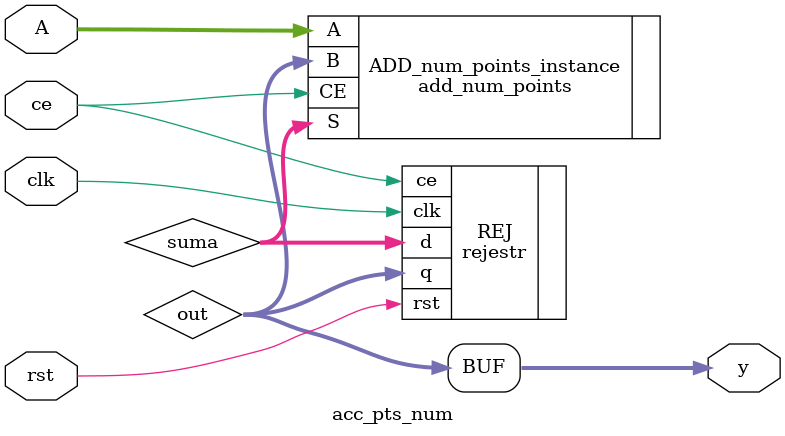
<source format=v>
`timescale 1ns / 1ps

module acc_pts_num(
    input clk,
    input ce,
    input rst,
    input [10:0]A,
    
    output [11:0]y
);

wire [11:0]out;
wire [11:0]suma;

rejestr# (.N(12)) REJ
(
    .clk(clk),
    .ce(ce),
    .rst(rst),
    .d(suma),
    .q(out)
);

// latencja = 0
add_num_points ADD_num_points_instance
(
    .A(A),
    .B(out),
    .CE(ce),
    .S(suma)
);

assign y = out;

endmodule

</source>
